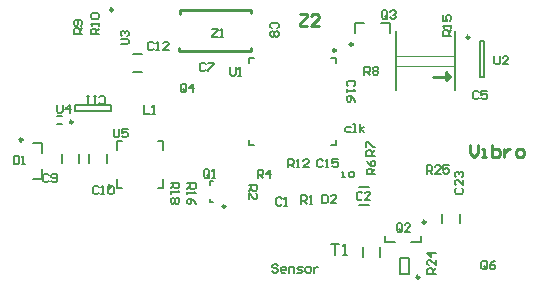
<source format=gto>
G04 Layer_Color=65535*
%FSLAX25Y25*%
%MOIN*%
G70*
G01*
G75*
%ADD45C,0.00984*%
%ADD63C,0.00787*%
%ADD64C,0.01000*%
%ADD65C,0.00606*%
%ADD66C,0.00394*%
%ADD67C,0.00591*%
D45*
X109055Y-14272D02*
G03*
X109055Y-14272I-492J0D01*
G01*
X21358Y-38189D02*
G03*
X21358Y-38189I-492J0D01*
G01*
X114665Y-12303D02*
G03*
X114665Y-12303I-492J0D01*
G01*
X153543Y-9941D02*
G03*
X153543Y-9941I-492J0D01*
G01*
X4626Y-44094D02*
G03*
X4626Y-44094I-492J0D01*
G01*
X72244Y-66339D02*
G03*
X72244Y-66339I-492J0D01*
G01*
X34055Y-59842D02*
G03*
X34055Y-59842I-492J0D01*
G01*
X34744Y-787D02*
G03*
X34744Y-787I-492J0D01*
G01*
X138976Y-71555D02*
G03*
X138976Y-71555I-492J0D01*
G01*
X136870Y-89921D02*
G03*
X136870Y-89921I-492J0D01*
G01*
X80709Y-1870D02*
Y-886D01*
X57087Y-2067D02*
Y-886D01*
X80709D01*
Y-14665D02*
Y-13681D01*
X56890Y-14469D02*
Y-13681D01*
Y-14469D02*
X57087Y-14665D01*
X80709D01*
D63*
X123917Y-83071D02*
Y-79921D01*
X118012Y-83071D02*
Y-79921D01*
X41437Y-15453D02*
X44587D01*
X41437Y-21358D02*
X44587D01*
X23524Y-51968D02*
Y-48819D01*
X17618Y-51968D02*
Y-48819D01*
X32776Y-51968D02*
Y-48819D01*
X26870Y-51968D02*
Y-48819D01*
X109153Y-45965D02*
Y-44291D01*
X107480Y-45965D02*
X109153D01*
X80020D02*
Y-44291D01*
Y-45965D02*
X81693D01*
X80020Y-18504D02*
Y-16831D01*
X81693D01*
X109153Y-18504D02*
Y-16831D01*
X107480D02*
X109153D01*
X21949Y-32480D02*
X34154D01*
X21949Y-34449D02*
X34154D01*
Y-32480D01*
X21949Y-34449D02*
Y-32480D01*
X124016Y-5118D02*
X127165D01*
Y-8661D02*
Y-5118D01*
X115354D02*
X118504D01*
X115354Y-8661D02*
Y-5118D01*
X16043Y-36122D02*
X17618D01*
X16043Y-38878D02*
X17618D01*
X157185Y-11122D02*
X158366D01*
X157185Y-23327D02*
X158366D01*
X157185D02*
Y-11122D01*
X158366Y-23327D02*
Y-11122D01*
X11024Y-57087D02*
Y-53937D01*
X8268Y-57087D02*
X11024D01*
Y-48425D02*
Y-45276D01*
X8268D02*
X11024D01*
X67027Y-59055D02*
Y-57874D01*
X68209D01*
X67027Y-64961D02*
Y-63779D01*
Y-64961D02*
X68209D01*
X116831Y-65748D02*
X119980D01*
X116831Y-59842D02*
X119980D01*
X144390Y-71949D02*
Y-68799D01*
X150295Y-71949D02*
Y-68799D01*
X36024Y-47441D02*
Y-44587D01*
X37894D01*
X49705D02*
X51575D01*
Y-47441D02*
Y-44587D01*
Y-60138D02*
Y-57284D01*
X49705Y-60138D02*
X51575D01*
X36024D02*
Y-57284D01*
Y-60138D02*
X37894D01*
X137402Y-78051D02*
Y-76083D01*
X134153Y-78051D02*
X137402D01*
X125591D02*
Y-76083D01*
Y-78051D02*
X128839D01*
X130413Y-88779D02*
X133563D01*
X130413Y-83465D02*
X133563D01*
Y-88779D02*
Y-83465D01*
X130413Y-88779D02*
Y-83465D01*
D64*
X141339Y-23130D02*
X146850D01*
X145669Y-24311D02*
X146850Y-23130D01*
X145669Y-24311D02*
Y-21555D01*
X147244Y-23130D01*
X144882D02*
X147244D01*
X96949Y-2265D02*
X99573D01*
Y-2921D01*
X96949Y-5545D01*
Y-6201D01*
X99573D01*
X103508D02*
X100885D01*
X103508Y-3577D01*
Y-2921D01*
X102852Y-2265D01*
X101541D01*
X100885Y-2921D01*
X153937Y-45769D02*
Y-48393D01*
X155249Y-49705D01*
X156561Y-48393D01*
Y-45769D01*
X157873Y-49705D02*
X159185D01*
X158529D01*
Y-47081D01*
X157873D01*
X161153Y-45769D02*
Y-49705D01*
X163120D01*
X163776Y-49049D01*
Y-48393D01*
Y-47737D01*
X163120Y-47081D01*
X161153D01*
X165088D02*
Y-49705D01*
Y-48393D01*
X165744Y-47737D01*
X166400Y-47081D01*
X167056D01*
X169680Y-49705D02*
X170992D01*
X171648Y-49049D01*
Y-47737D01*
X170992Y-47081D01*
X169680D01*
X169024Y-47737D01*
Y-49049D01*
X169680Y-49705D01*
D65*
X148819Y-27461D02*
Y-7776D01*
X129134Y-27461D02*
Y-7776D01*
D66*
X129528Y-19587D02*
X148819D01*
X129528Y-16043D02*
X148819D01*
D67*
X93209Y-53347D02*
Y-50591D01*
X94586D01*
X95045Y-51051D01*
Y-51969D01*
X94586Y-52428D01*
X93209D01*
X94127D02*
X95045Y-53347D01*
X95964D02*
X96882D01*
X96423D01*
Y-50591D01*
X95964Y-51051D01*
X100096Y-53347D02*
X98260D01*
X100096Y-51510D01*
Y-51051D01*
X99637Y-50591D01*
X98719D01*
X98260Y-51051D01*
X45177Y-32678D02*
Y-35433D01*
X47014D01*
X47932D02*
X48851D01*
X48391D01*
Y-32678D01*
X47932Y-33137D01*
X161909Y-16241D02*
Y-18537D01*
X162369Y-18996D01*
X163287D01*
X163746Y-18537D01*
Y-16241D01*
X166501Y-18996D02*
X164664D01*
X166501Y-17159D01*
Y-16700D01*
X166042Y-16241D01*
X165124D01*
X164664Y-16700D01*
X147539Y-9449D02*
X144784D01*
Y-8071D01*
X145244Y-7612D01*
X146162D01*
X146621Y-8071D01*
Y-9449D01*
Y-8530D02*
X147539Y-7612D01*
Y-6694D02*
Y-5776D01*
Y-6235D01*
X144784D01*
X145244Y-6694D01*
X144784Y-2561D02*
Y-4398D01*
X146162D01*
X145703Y-3480D01*
Y-3020D01*
X146162Y-2561D01*
X147080D01*
X147539Y-3020D01*
Y-3939D01*
X147080Y-4398D01*
X156659Y-28314D02*
X156200Y-27855D01*
X155282D01*
X154823Y-28314D01*
Y-30151D01*
X155282Y-30610D01*
X156200D01*
X156659Y-30151D01*
X159415Y-27855D02*
X157578D01*
Y-29233D01*
X158496Y-28774D01*
X158955D01*
X159415Y-29233D01*
Y-30151D01*
X158955Y-30610D01*
X158037D01*
X157578Y-30151D01*
X117782Y-61877D02*
X117322Y-61418D01*
X116404D01*
X115945Y-61877D01*
Y-63714D01*
X116404Y-64173D01*
X117322D01*
X117782Y-63714D01*
X120537Y-64173D02*
X118700D01*
X120537Y-62336D01*
Y-61877D01*
X120077Y-61418D01*
X119159D01*
X118700Y-61877D01*
X131167Y-74246D02*
Y-72409D01*
X130708Y-71950D01*
X129790D01*
X129331Y-72409D01*
Y-74246D01*
X129790Y-74705D01*
X130708D01*
X130249Y-73786D02*
X131167Y-74705D01*
X130708D02*
X131167Y-74246D01*
X133922Y-74705D02*
X132086D01*
X133922Y-72868D01*
Y-72409D01*
X133463Y-71950D01*
X132545D01*
X132086Y-72409D01*
X122146Y-55610D02*
X119391D01*
Y-54233D01*
X119850Y-53774D01*
X120768D01*
X121227Y-54233D01*
Y-55610D01*
Y-54692D02*
X122146Y-53774D01*
X119391Y-51019D02*
X119850Y-51937D01*
X120768Y-52855D01*
X121686D01*
X122146Y-52396D01*
Y-51478D01*
X121686Y-51019D01*
X121227D01*
X120768Y-51478D01*
Y-52855D01*
X121965Y-49417D02*
X119210D01*
Y-48040D01*
X119669Y-47581D01*
X120587D01*
X121046Y-48040D01*
Y-49417D01*
Y-48499D02*
X121965Y-47581D01*
X119210Y-46662D02*
Y-44826D01*
X119669D01*
X121505Y-46662D01*
X121965D01*
X107480Y-78741D02*
X110104D01*
X108792D01*
Y-82677D01*
X111416D02*
X112728D01*
X112072D01*
Y-78741D01*
X111416Y-79397D01*
X24541Y-8850D02*
X21786D01*
Y-7473D01*
X22245Y-7014D01*
X23163D01*
X23622Y-7473D01*
Y-8850D01*
Y-7932D02*
X24541Y-7014D01*
X24082Y-6095D02*
X24541Y-5636D01*
Y-4718D01*
X24082Y-4259D01*
X22245D01*
X21786Y-4718D01*
Y-5636D01*
X22245Y-6095D01*
X22704D01*
X23163Y-5636D01*
Y-4259D01*
X30152Y-31823D02*
X30611Y-32283D01*
X31529D01*
X31988Y-31823D01*
Y-29987D01*
X31529Y-29528D01*
X30611D01*
X30152Y-29987D01*
X29233Y-29528D02*
X28315D01*
X28774D01*
Y-32283D01*
X29233Y-31823D01*
X26937Y-29528D02*
X26019D01*
X26478D01*
Y-32283D01*
X26937Y-31823D01*
X35039Y-40454D02*
Y-42750D01*
X35498Y-43209D01*
X36417D01*
X36876Y-42750D01*
Y-40454D01*
X39631D02*
X37794D01*
Y-41831D01*
X38713Y-41372D01*
X39172D01*
X39631Y-41831D01*
Y-42750D01*
X39172Y-43209D01*
X38254D01*
X37794Y-42750D01*
X126246Y-3281D02*
Y-1444D01*
X125787Y-985D01*
X124869D01*
X124409Y-1444D01*
Y-3281D01*
X124869Y-3740D01*
X125787D01*
X125328Y-2822D02*
X126246Y-3740D01*
X125787D02*
X126246Y-3281D01*
X127164Y-1444D02*
X127624Y-985D01*
X128542D01*
X129001Y-1444D01*
Y-1904D01*
X128542Y-2363D01*
X128083D01*
X128542D01*
X129001Y-2822D01*
Y-3281D01*
X128542Y-3740D01*
X127624D01*
X127164Y-3281D01*
X89516Y-6982D02*
X89976Y-6523D01*
Y-5605D01*
X89516Y-5146D01*
X87680D01*
X87221Y-5605D01*
Y-6523D01*
X87680Y-6982D01*
X89516Y-7901D02*
X89976Y-8360D01*
Y-9278D01*
X89516Y-9737D01*
X89057D01*
X88598Y-9278D01*
X88139Y-9737D01*
X87680D01*
X87221Y-9278D01*
Y-8360D01*
X87680Y-7901D01*
X88139D01*
X88598Y-8360D01*
X89057Y-7901D01*
X89516D01*
X88598Y-8360D02*
Y-9278D01*
X65616Y-18866D02*
X65157Y-18406D01*
X64239D01*
X63779Y-18866D01*
Y-20702D01*
X64239Y-21161D01*
X65157D01*
X65616Y-20702D01*
X66535Y-18406D02*
X68371D01*
Y-18866D01*
X66535Y-20702D01*
Y-21161D01*
X91010Y-63748D02*
X90551Y-63288D01*
X89632D01*
X89173Y-63748D01*
Y-65584D01*
X89632Y-66043D01*
X90551D01*
X91010Y-65584D01*
X91928Y-66043D02*
X92847D01*
X92387D01*
Y-63288D01*
X91928Y-63748D01*
X104691Y-51051D02*
X104232Y-50591D01*
X103314D01*
X102854Y-51051D01*
Y-52887D01*
X103314Y-53347D01*
X104232D01*
X104691Y-52887D01*
X105609Y-53347D02*
X106528D01*
X106069D01*
Y-50591D01*
X105609Y-51051D01*
X109742Y-50591D02*
X107905D01*
Y-51969D01*
X108824Y-51510D01*
X109283D01*
X109742Y-51969D01*
Y-52887D01*
X109283Y-53347D01*
X108364D01*
X107905Y-52887D01*
X114993Y-26344D02*
X115452Y-25885D01*
Y-24967D01*
X114993Y-24508D01*
X113156D01*
X112697Y-24967D01*
Y-25885D01*
X113156Y-26344D01*
X112697Y-27263D02*
Y-28181D01*
Y-27722D01*
X115452D01*
X114993Y-27263D01*
X115452Y-31395D02*
X114993Y-30477D01*
X114074Y-29559D01*
X113156D01*
X112697Y-30018D01*
Y-30936D01*
X113156Y-31395D01*
X113615D01*
X114074Y-30936D01*
Y-29559D01*
X114006Y-39724D02*
X112628D01*
X112169Y-40183D01*
Y-41101D01*
X112628Y-41561D01*
X114006D01*
X114924D02*
X115842D01*
X115383D01*
Y-38805D01*
X114924D01*
X117220Y-41561D02*
Y-38805D01*
Y-40642D02*
X118597Y-39724D01*
X117220Y-40642D02*
X118597Y-41561D01*
X111024Y-56595D02*
X111942D01*
X111483D01*
Y-54758D01*
X111024D01*
X113779Y-56595D02*
X114697D01*
X115156Y-56135D01*
Y-55217D01*
X114697Y-54758D01*
X113779D01*
X113320Y-55217D01*
Y-56135D01*
X113779Y-56595D01*
X30118Y-8858D02*
X27363D01*
Y-7481D01*
X27822Y-7022D01*
X28741D01*
X29200Y-7481D01*
Y-8858D01*
Y-7940D02*
X30118Y-7022D01*
Y-6103D02*
Y-5185D01*
Y-5644D01*
X27363D01*
X27822Y-6103D01*
Y-3807D02*
X27363Y-3348D01*
Y-2430D01*
X27822Y-1971D01*
X29659D01*
X30118Y-2430D01*
Y-3348D01*
X29659Y-3807D01*
X27822D01*
X118602Y-22441D02*
Y-19686D01*
X119980D01*
X120439Y-20145D01*
Y-21063D01*
X119980Y-21523D01*
X118602D01*
X119521D02*
X120439Y-22441D01*
X121357Y-20145D02*
X121817Y-19686D01*
X122735D01*
X123194Y-20145D01*
Y-20604D01*
X122735Y-21063D01*
X123194Y-21523D01*
Y-21982D01*
X122735Y-22441D01*
X121817D01*
X121357Y-21982D01*
Y-21523D01*
X121817Y-21063D01*
X121357Y-20604D01*
Y-20145D01*
X121817Y-21063D02*
X122735D01*
X82972Y-56890D02*
Y-54135D01*
X84350D01*
X84809Y-54594D01*
Y-55512D01*
X84350Y-55971D01*
X82972D01*
X83891D02*
X84809Y-56890D01*
X87105D02*
Y-54135D01*
X85728Y-55512D01*
X87564D01*
X97539Y-65354D02*
Y-62599D01*
X98917D01*
X99376Y-63059D01*
Y-63977D01*
X98917Y-64436D01*
X97539D01*
X98458D02*
X99376Y-65354D01*
X100294D02*
X101213D01*
X100754D01*
Y-62599D01*
X100294Y-63059D01*
X37304Y-12303D02*
X39600D01*
X40059Y-11844D01*
Y-10926D01*
X39600Y-10467D01*
X37304D01*
X37763Y-9548D02*
X37304Y-9089D01*
Y-8171D01*
X37763Y-7711D01*
X38222D01*
X38682Y-8171D01*
Y-8630D01*
Y-8171D01*
X39141Y-7711D01*
X39600D01*
X40059Y-8171D01*
Y-9089D01*
X39600Y-9548D01*
X16142Y-32383D02*
Y-34679D01*
X16601Y-35138D01*
X17519D01*
X17978Y-34679D01*
Y-32383D01*
X20274Y-35138D02*
Y-32383D01*
X18897Y-33760D01*
X20733D01*
X67815Y-7186D02*
X69652D01*
Y-7645D01*
X67815Y-9482D01*
Y-9941D01*
X69652D01*
X70570D02*
X71488D01*
X71029D01*
Y-7186D01*
X70570Y-7645D01*
X73819Y-19981D02*
Y-22277D01*
X74278Y-22736D01*
X75196D01*
X75656Y-22277D01*
Y-19981D01*
X76574Y-22736D02*
X77492D01*
X77033D01*
Y-19981D01*
X76574Y-20440D01*
X66896Y-56234D02*
Y-54397D01*
X66437Y-53938D01*
X65518D01*
X65059Y-54397D01*
Y-56234D01*
X65518Y-56693D01*
X66437D01*
X65977Y-55775D02*
X66896Y-56693D01*
X66437D02*
X66896Y-56234D01*
X67814Y-56693D02*
X68732D01*
X68273D01*
Y-53938D01*
X67814Y-54397D01*
X29986Y-59909D02*
X29527Y-59450D01*
X28609D01*
X28150Y-59909D01*
Y-61746D01*
X28609Y-62205D01*
X29527D01*
X29986Y-61746D01*
X30905Y-62205D02*
X31823D01*
X31364D01*
Y-59450D01*
X30905Y-59909D01*
X33200D02*
X33660Y-59450D01*
X34578D01*
X35037Y-59909D01*
Y-61746D01*
X34578Y-62205D01*
X33660D01*
X33200Y-61746D01*
Y-59909D01*
X13352Y-55972D02*
X12893Y-55513D01*
X11975D01*
X11516Y-55972D01*
Y-57809D01*
X11975Y-58268D01*
X12893D01*
X13352Y-57809D01*
X14271D02*
X14730Y-58268D01*
X15648D01*
X16107Y-57809D01*
Y-55972D01*
X15648Y-55513D01*
X14730D01*
X14271Y-55972D01*
Y-56431D01*
X14730Y-56890D01*
X16107D01*
X48293Y-11877D02*
X47834Y-11418D01*
X46916D01*
X46457Y-11877D01*
Y-13714D01*
X46916Y-14173D01*
X47834D01*
X48293Y-13714D01*
X49212Y-14173D02*
X50130D01*
X49671D01*
Y-11418D01*
X49212Y-11877D01*
X53344Y-14173D02*
X51508D01*
X53344Y-12336D01*
Y-11877D01*
X52885Y-11418D01*
X51967D01*
X51508Y-11877D01*
X80020Y-59252D02*
X82775D01*
Y-60629D01*
X82315Y-61089D01*
X81397D01*
X80938Y-60629D01*
Y-59252D01*
Y-60170D02*
X80020Y-61089D01*
Y-63844D02*
Y-62007D01*
X81856Y-63844D01*
X82315D01*
X82775Y-63384D01*
Y-62466D01*
X82315Y-62007D01*
X89730Y-86090D02*
X89271Y-85631D01*
X88353D01*
X87894Y-86090D01*
Y-86549D01*
X88353Y-87008D01*
X89271D01*
X89730Y-87467D01*
Y-87927D01*
X89271Y-88386D01*
X88353D01*
X87894Y-87927D01*
X92026Y-88386D02*
X91108D01*
X90649Y-87927D01*
Y-87008D01*
X91108Y-86549D01*
X92026D01*
X92485Y-87008D01*
Y-87467D01*
X90649D01*
X93404Y-88386D02*
Y-86549D01*
X94781D01*
X95240Y-87008D01*
Y-88386D01*
X96159D02*
X97536D01*
X97995Y-87927D01*
X97536Y-87467D01*
X96618D01*
X96159Y-87008D01*
X96618Y-86549D01*
X97995D01*
X99373Y-88386D02*
X100291D01*
X100751Y-87927D01*
Y-87008D01*
X100291Y-86549D01*
X99373D01*
X98914Y-87008D01*
Y-87927D01*
X99373Y-88386D01*
X101669Y-86549D02*
Y-88386D01*
Y-87467D01*
X102128Y-87008D01*
X102587Y-86549D01*
X103046D01*
X59547Y-58661D02*
X62302D01*
Y-60039D01*
X61843Y-60498D01*
X60925D01*
X60466Y-60039D01*
Y-58661D01*
Y-59580D02*
X59547Y-60498D01*
Y-61416D02*
Y-62335D01*
Y-61876D01*
X62302D01*
X61843Y-61416D01*
X62302Y-65549D02*
X61843Y-64631D01*
X60925Y-63712D01*
X60006D01*
X59547Y-64171D01*
Y-65090D01*
X60006Y-65549D01*
X60466D01*
X60925Y-65090D01*
Y-63712D01*
X53995Y-58465D02*
X56750D01*
Y-59842D01*
X56291Y-60301D01*
X55373D01*
X54914Y-59842D01*
Y-58465D01*
Y-59383D02*
X53995Y-60301D01*
Y-61220D02*
Y-62138D01*
Y-61679D01*
X56750D01*
X56291Y-61220D01*
Y-63515D02*
X56750Y-63975D01*
Y-64893D01*
X56291Y-65352D01*
X55832D01*
X55373Y-64893D01*
X54914Y-65352D01*
X54454D01*
X53995Y-64893D01*
Y-63975D01*
X54454Y-63515D01*
X54914D01*
X55373Y-63975D01*
X55832Y-63515D01*
X56291D01*
X55373Y-63975D02*
Y-64893D01*
X104528Y-62501D02*
Y-65256D01*
X105905D01*
X106364Y-64797D01*
Y-62960D01*
X105905Y-62501D01*
X104528D01*
X109119Y-65256D02*
X107283D01*
X109119Y-63419D01*
Y-62960D01*
X108660Y-62501D01*
X107742D01*
X107283Y-62960D01*
X59120Y-27690D02*
Y-25854D01*
X58661Y-25395D01*
X57743D01*
X57284Y-25854D01*
Y-27690D01*
X57743Y-28150D01*
X58661D01*
X58202Y-27231D02*
X59120Y-28150D01*
X58661D02*
X59120Y-27690D01*
X61416Y-28150D02*
Y-25395D01*
X60039Y-26772D01*
X61875D01*
X1673Y-49410D02*
Y-52165D01*
X3051D01*
X3510Y-51706D01*
Y-49869D01*
X3051Y-49410D01*
X1673D01*
X4428Y-52165D02*
X5347D01*
X4887D01*
Y-49410D01*
X4428Y-49869D01*
X149180Y-60270D02*
X148721Y-60729D01*
Y-61647D01*
X149180Y-62106D01*
X151017D01*
X151476Y-61647D01*
Y-60729D01*
X151017Y-60270D01*
X151476Y-57515D02*
Y-59351D01*
X149640Y-57515D01*
X149180D01*
X148721Y-57974D01*
Y-58892D01*
X149180Y-59351D01*
Y-56596D02*
X148721Y-56137D01*
Y-55219D01*
X149180Y-54760D01*
X149640D01*
X150099Y-55219D01*
Y-55678D01*
Y-55219D01*
X150558Y-54760D01*
X151017D01*
X151476Y-55219D01*
Y-56137D01*
X151017Y-56596D01*
X159415Y-86746D02*
Y-84909D01*
X158956Y-84450D01*
X158038D01*
X157579Y-84909D01*
Y-86746D01*
X158038Y-87205D01*
X158956D01*
X158497Y-86286D02*
X159415Y-87205D01*
X158956D02*
X159415Y-86746D01*
X162170Y-84450D02*
X161252Y-84909D01*
X160334Y-85827D01*
Y-86746D01*
X160793Y-87205D01*
X161711D01*
X162170Y-86746D01*
Y-86286D01*
X161711Y-85827D01*
X160334D01*
X142307Y-88756D02*
X139552D01*
Y-87378D01*
X140011Y-86919D01*
X140930D01*
X141389Y-87378D01*
Y-88756D01*
Y-87838D02*
X142307Y-86919D01*
Y-84164D02*
Y-86001D01*
X140470Y-84164D01*
X140011D01*
X139552Y-84623D01*
Y-85542D01*
X140011Y-86001D01*
X142307Y-81868D02*
X139552D01*
X140930Y-83246D01*
Y-81409D01*
X139370Y-55413D02*
Y-52658D01*
X140748D01*
X141207Y-53118D01*
Y-54036D01*
X140748Y-54495D01*
X139370D01*
X140288D02*
X141207Y-55413D01*
X143962D02*
X142125D01*
X143962Y-53577D01*
Y-53118D01*
X143503Y-52658D01*
X142584D01*
X142125Y-53118D01*
X146717Y-52658D02*
X144880D01*
Y-54036D01*
X145799Y-53577D01*
X146258D01*
X146717Y-54036D01*
Y-54954D01*
X146258Y-55413D01*
X145339D01*
X144880Y-54954D01*
M02*

</source>
